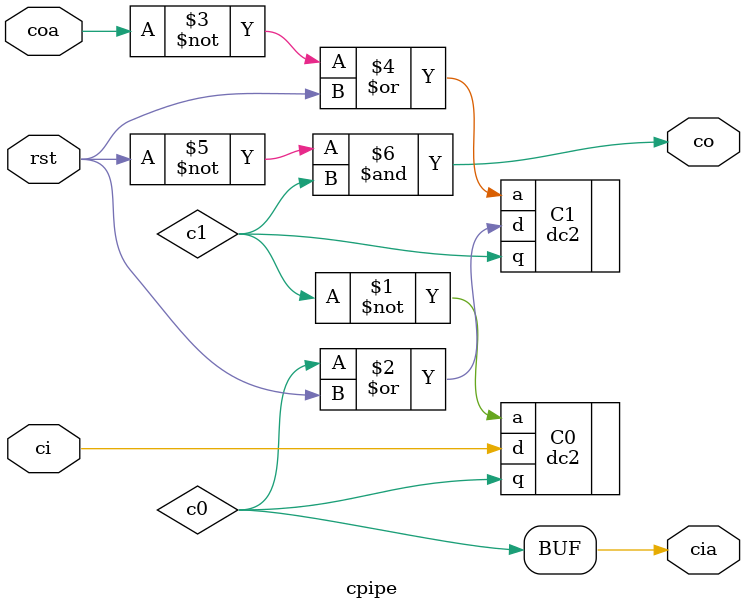
<source format=v>
/*
 Asynchronous SDM NoC
 (C)2011 Wei Song
 Advanced Processor Technologies Group
 Computer Science, the Univ. of Manchester, UK
 
 Authors: 
 Wei Song     wsong83@gmail.com
 
 License: LGPL 3.0 or later
 
 The full dual-rail pipeline stage for the credit fifo in VC routers.
 It has a reset pin to feed a token into every cpipe stage. 
 
 History:
 31/03/2010  Initial version. <wsong83@gmail.com>
 01/06/2011  Clean up for opensource. <wsong83@gmail.com>
 
*/

module cpipe (/*AUTOARG*/
   // Outputs
   cia, co,
   // Inputs
   rst, ci, coa
   );
   
   input rst;			// active high reset
   input ci;			// credit input
   output cia;			// credit input ack
   output co;			// credit output
   input  coa;			// credit output ack

   wire   c0, c1;		// internal wires

   dc2 C0 ( .d(ci), .a(~c1), .q(c0));
   dc2 C1 ( .d(c0|rst), .a((~coa)|rst), .q(c1));

   assign co = (~rst)&c1;
   assign cia = c0;

endmodule // cpipe

</source>
